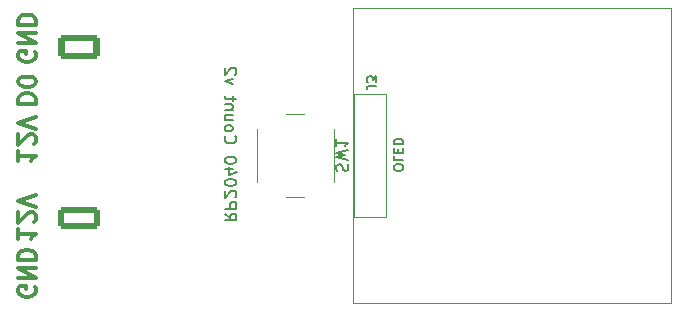
<source format=gbr>
%TF.GenerationSoftware,KiCad,Pcbnew,8.0.3*%
%TF.CreationDate,2024-06-15T12:10:25-04:00*%
%TF.ProjectId,RP2040_Count,52503230-3430-45f4-936f-756e742e6b69,v2*%
%TF.SameCoordinates,Original*%
%TF.FileFunction,Legend,Bot*%
%TF.FilePolarity,Positive*%
%FSLAX46Y46*%
G04 Gerber Fmt 4.6, Leading zero omitted, Abs format (unit mm)*
G04 Created by KiCad (PCBNEW 8.0.3) date 2024-06-15 12:10:25*
%MOMM*%
%LPD*%
G01*
G04 APERTURE LIST*
G04 Aperture macros list*
%AMRoundRect*
0 Rectangle with rounded corners*
0 $1 Rounding radius*
0 $2 $3 $4 $5 $6 $7 $8 $9 X,Y pos of 4 corners*
0 Add a 4 corners polygon primitive as box body*
4,1,4,$2,$3,$4,$5,$6,$7,$8,$9,$2,$3,0*
0 Add four circle primitives for the rounded corners*
1,1,$1+$1,$2,$3*
1,1,$1+$1,$4,$5*
1,1,$1+$1,$6,$7*
1,1,$1+$1,$8,$9*
0 Add four rect primitives between the rounded corners*
20,1,$1+$1,$2,$3,$4,$5,0*
20,1,$1+$1,$4,$5,$6,$7,0*
20,1,$1+$1,$6,$7,$8,$9,0*
20,1,$1+$1,$8,$9,$2,$3,0*%
G04 Aperture macros list end*
%ADD10C,0.300000*%
%ADD11C,0.150000*%
%ADD12C,0.120000*%
%ADD13RoundRect,0.250000X-1.550000X0.650000X-1.550000X-0.650000X1.550000X-0.650000X1.550000X0.650000X0*%
%ADD14O,3.600000X1.800000*%
%ADD15R,1.600000X1.600000*%
%ADD16C,1.600000*%
%ADD17RoundRect,0.291667X-1.508333X0.758333X-1.508333X-0.758333X1.508333X-0.758333X1.508333X0.758333X0*%
%ADD18O,3.600000X2.100000*%
%ADD19R,2.500000X1.700000*%
%ADD20O,2.500000X1.700000*%
%ADD21C,2.000000*%
G04 APERTURE END LIST*
D10*
X101627742Y-97959774D02*
X101699171Y-98102632D01*
X101699171Y-98102632D02*
X101699171Y-98316917D01*
X101699171Y-98316917D02*
X101627742Y-98531203D01*
X101627742Y-98531203D02*
X101484885Y-98674060D01*
X101484885Y-98674060D02*
X101342028Y-98745489D01*
X101342028Y-98745489D02*
X101056314Y-98816917D01*
X101056314Y-98816917D02*
X100842028Y-98816917D01*
X100842028Y-98816917D02*
X100556314Y-98745489D01*
X100556314Y-98745489D02*
X100413457Y-98674060D01*
X100413457Y-98674060D02*
X100270600Y-98531203D01*
X100270600Y-98531203D02*
X100199171Y-98316917D01*
X100199171Y-98316917D02*
X100199171Y-98174060D01*
X100199171Y-98174060D02*
X100270600Y-97959774D01*
X100270600Y-97959774D02*
X100342028Y-97888346D01*
X100342028Y-97888346D02*
X100842028Y-97888346D01*
X100842028Y-97888346D02*
X100842028Y-98174060D01*
X100199171Y-97245489D02*
X101699171Y-97245489D01*
X101699171Y-97245489D02*
X100199171Y-96388346D01*
X100199171Y-96388346D02*
X101699171Y-96388346D01*
X100199171Y-95674060D02*
X101699171Y-95674060D01*
X101699171Y-95674060D02*
X101699171Y-95316917D01*
X101699171Y-95316917D02*
X101627742Y-95102631D01*
X101627742Y-95102631D02*
X101484885Y-94959774D01*
X101484885Y-94959774D02*
X101342028Y-94888345D01*
X101342028Y-94888345D02*
X101056314Y-94816917D01*
X101056314Y-94816917D02*
X100842028Y-94816917D01*
X100842028Y-94816917D02*
X100556314Y-94888345D01*
X100556314Y-94888345D02*
X100413457Y-94959774D01*
X100413457Y-94959774D02*
X100270600Y-95102631D01*
X100270600Y-95102631D02*
X100199171Y-95316917D01*
X100199171Y-95316917D02*
X100199171Y-95674060D01*
X100199171Y-93059774D02*
X100199171Y-93916917D01*
X100199171Y-93488346D02*
X101699171Y-93488346D01*
X101699171Y-93488346D02*
X101484885Y-93631203D01*
X101484885Y-93631203D02*
X101342028Y-93774060D01*
X101342028Y-93774060D02*
X101270600Y-93916917D01*
X101556314Y-92488346D02*
X101627742Y-92416918D01*
X101627742Y-92416918D02*
X101699171Y-92274061D01*
X101699171Y-92274061D02*
X101699171Y-91916918D01*
X101699171Y-91916918D02*
X101627742Y-91774061D01*
X101627742Y-91774061D02*
X101556314Y-91702632D01*
X101556314Y-91702632D02*
X101413457Y-91631203D01*
X101413457Y-91631203D02*
X101270600Y-91631203D01*
X101270600Y-91631203D02*
X101056314Y-91702632D01*
X101056314Y-91702632D02*
X100199171Y-92559775D01*
X100199171Y-92559775D02*
X100199171Y-91631203D01*
X101699171Y-91202632D02*
X100199171Y-90702632D01*
X100199171Y-90702632D02*
X101699171Y-90202632D01*
X100199171Y-82445489D02*
X101699171Y-82445489D01*
X101699171Y-82445489D02*
X101699171Y-82088346D01*
X101699171Y-82088346D02*
X101627742Y-81874060D01*
X101627742Y-81874060D02*
X101484885Y-81731203D01*
X101484885Y-81731203D02*
X101342028Y-81659774D01*
X101342028Y-81659774D02*
X101056314Y-81588346D01*
X101056314Y-81588346D02*
X100842028Y-81588346D01*
X100842028Y-81588346D02*
X100556314Y-81659774D01*
X100556314Y-81659774D02*
X100413457Y-81731203D01*
X100413457Y-81731203D02*
X100270600Y-81874060D01*
X100270600Y-81874060D02*
X100199171Y-82088346D01*
X100199171Y-82088346D02*
X100199171Y-82445489D01*
X101699171Y-80659774D02*
X101699171Y-80516917D01*
X101699171Y-80516917D02*
X101627742Y-80374060D01*
X101627742Y-80374060D02*
X101556314Y-80302632D01*
X101556314Y-80302632D02*
X101413457Y-80231203D01*
X101413457Y-80231203D02*
X101127742Y-80159774D01*
X101127742Y-80159774D02*
X100770600Y-80159774D01*
X100770600Y-80159774D02*
X100484885Y-80231203D01*
X100484885Y-80231203D02*
X100342028Y-80302632D01*
X100342028Y-80302632D02*
X100270600Y-80374060D01*
X100270600Y-80374060D02*
X100199171Y-80516917D01*
X100199171Y-80516917D02*
X100199171Y-80659774D01*
X100199171Y-80659774D02*
X100270600Y-80802632D01*
X100270600Y-80802632D02*
X100342028Y-80874060D01*
X100342028Y-80874060D02*
X100484885Y-80945489D01*
X100484885Y-80945489D02*
X100770600Y-81016917D01*
X100770600Y-81016917D02*
X101127742Y-81016917D01*
X101127742Y-81016917D02*
X101413457Y-80945489D01*
X101413457Y-80945489D02*
X101556314Y-80874060D01*
X101556314Y-80874060D02*
X101627742Y-80802632D01*
X101627742Y-80802632D02*
X101699171Y-80659774D01*
X100199171Y-86459774D02*
X100199171Y-87316917D01*
X100199171Y-86888346D02*
X101699171Y-86888346D01*
X101699171Y-86888346D02*
X101484885Y-87031203D01*
X101484885Y-87031203D02*
X101342028Y-87174060D01*
X101342028Y-87174060D02*
X101270600Y-87316917D01*
X101556314Y-85888346D02*
X101627742Y-85816918D01*
X101627742Y-85816918D02*
X101699171Y-85674061D01*
X101699171Y-85674061D02*
X101699171Y-85316918D01*
X101699171Y-85316918D02*
X101627742Y-85174061D01*
X101627742Y-85174061D02*
X101556314Y-85102632D01*
X101556314Y-85102632D02*
X101413457Y-85031203D01*
X101413457Y-85031203D02*
X101270600Y-85031203D01*
X101270600Y-85031203D02*
X101056314Y-85102632D01*
X101056314Y-85102632D02*
X100199171Y-85959775D01*
X100199171Y-85959775D02*
X100199171Y-85031203D01*
X101699171Y-84602632D02*
X100199171Y-84102632D01*
X100199171Y-84102632D02*
X101699171Y-83602632D01*
X101627742Y-78059774D02*
X101699171Y-78202632D01*
X101699171Y-78202632D02*
X101699171Y-78416917D01*
X101699171Y-78416917D02*
X101627742Y-78631203D01*
X101627742Y-78631203D02*
X101484885Y-78774060D01*
X101484885Y-78774060D02*
X101342028Y-78845489D01*
X101342028Y-78845489D02*
X101056314Y-78916917D01*
X101056314Y-78916917D02*
X100842028Y-78916917D01*
X100842028Y-78916917D02*
X100556314Y-78845489D01*
X100556314Y-78845489D02*
X100413457Y-78774060D01*
X100413457Y-78774060D02*
X100270600Y-78631203D01*
X100270600Y-78631203D02*
X100199171Y-78416917D01*
X100199171Y-78416917D02*
X100199171Y-78274060D01*
X100199171Y-78274060D02*
X100270600Y-78059774D01*
X100270600Y-78059774D02*
X100342028Y-77988346D01*
X100342028Y-77988346D02*
X100842028Y-77988346D01*
X100842028Y-77988346D02*
X100842028Y-78274060D01*
X100199171Y-77345489D02*
X101699171Y-77345489D01*
X101699171Y-77345489D02*
X100199171Y-76488346D01*
X100199171Y-76488346D02*
X101699171Y-76488346D01*
X100199171Y-75774060D02*
X101699171Y-75774060D01*
X101699171Y-75774060D02*
X101699171Y-75416917D01*
X101699171Y-75416917D02*
X101627742Y-75202631D01*
X101627742Y-75202631D02*
X101484885Y-75059774D01*
X101484885Y-75059774D02*
X101342028Y-74988345D01*
X101342028Y-74988345D02*
X101056314Y-74916917D01*
X101056314Y-74916917D02*
X100842028Y-74916917D01*
X100842028Y-74916917D02*
X100556314Y-74988345D01*
X100556314Y-74988345D02*
X100413457Y-75059774D01*
X100413457Y-75059774D02*
X100270600Y-75202631D01*
X100270600Y-75202631D02*
X100199171Y-75416917D01*
X100199171Y-75416917D02*
X100199171Y-75774060D01*
D11*
X117680180Y-91761792D02*
X118156371Y-92095125D01*
X117680180Y-92333220D02*
X118680180Y-92333220D01*
X118680180Y-92333220D02*
X118680180Y-91952268D01*
X118680180Y-91952268D02*
X118632561Y-91857030D01*
X118632561Y-91857030D02*
X118584942Y-91809411D01*
X118584942Y-91809411D02*
X118489704Y-91761792D01*
X118489704Y-91761792D02*
X118346847Y-91761792D01*
X118346847Y-91761792D02*
X118251609Y-91809411D01*
X118251609Y-91809411D02*
X118203990Y-91857030D01*
X118203990Y-91857030D02*
X118156371Y-91952268D01*
X118156371Y-91952268D02*
X118156371Y-92333220D01*
X117680180Y-91333220D02*
X118680180Y-91333220D01*
X118680180Y-91333220D02*
X118680180Y-90952268D01*
X118680180Y-90952268D02*
X118632561Y-90857030D01*
X118632561Y-90857030D02*
X118584942Y-90809411D01*
X118584942Y-90809411D02*
X118489704Y-90761792D01*
X118489704Y-90761792D02*
X118346847Y-90761792D01*
X118346847Y-90761792D02*
X118251609Y-90809411D01*
X118251609Y-90809411D02*
X118203990Y-90857030D01*
X118203990Y-90857030D02*
X118156371Y-90952268D01*
X118156371Y-90952268D02*
X118156371Y-91333220D01*
X118584942Y-90380839D02*
X118632561Y-90333220D01*
X118632561Y-90333220D02*
X118680180Y-90237982D01*
X118680180Y-90237982D02*
X118680180Y-89999887D01*
X118680180Y-89999887D02*
X118632561Y-89904649D01*
X118632561Y-89904649D02*
X118584942Y-89857030D01*
X118584942Y-89857030D02*
X118489704Y-89809411D01*
X118489704Y-89809411D02*
X118394466Y-89809411D01*
X118394466Y-89809411D02*
X118251609Y-89857030D01*
X118251609Y-89857030D02*
X117680180Y-90428458D01*
X117680180Y-90428458D02*
X117680180Y-89809411D01*
X118680180Y-89190363D02*
X118680180Y-89095125D01*
X118680180Y-89095125D02*
X118632561Y-88999887D01*
X118632561Y-88999887D02*
X118584942Y-88952268D01*
X118584942Y-88952268D02*
X118489704Y-88904649D01*
X118489704Y-88904649D02*
X118299228Y-88857030D01*
X118299228Y-88857030D02*
X118061133Y-88857030D01*
X118061133Y-88857030D02*
X117870657Y-88904649D01*
X117870657Y-88904649D02*
X117775419Y-88952268D01*
X117775419Y-88952268D02*
X117727800Y-88999887D01*
X117727800Y-88999887D02*
X117680180Y-89095125D01*
X117680180Y-89095125D02*
X117680180Y-89190363D01*
X117680180Y-89190363D02*
X117727800Y-89285601D01*
X117727800Y-89285601D02*
X117775419Y-89333220D01*
X117775419Y-89333220D02*
X117870657Y-89380839D01*
X117870657Y-89380839D02*
X118061133Y-89428458D01*
X118061133Y-89428458D02*
X118299228Y-89428458D01*
X118299228Y-89428458D02*
X118489704Y-89380839D01*
X118489704Y-89380839D02*
X118584942Y-89333220D01*
X118584942Y-89333220D02*
X118632561Y-89285601D01*
X118632561Y-89285601D02*
X118680180Y-89190363D01*
X118346847Y-87999887D02*
X117680180Y-87999887D01*
X118727800Y-88237982D02*
X118013514Y-88476077D01*
X118013514Y-88476077D02*
X118013514Y-87857030D01*
X118680180Y-87285601D02*
X118680180Y-87190363D01*
X118680180Y-87190363D02*
X118632561Y-87095125D01*
X118632561Y-87095125D02*
X118584942Y-87047506D01*
X118584942Y-87047506D02*
X118489704Y-86999887D01*
X118489704Y-86999887D02*
X118299228Y-86952268D01*
X118299228Y-86952268D02*
X118061133Y-86952268D01*
X118061133Y-86952268D02*
X117870657Y-86999887D01*
X117870657Y-86999887D02*
X117775419Y-87047506D01*
X117775419Y-87047506D02*
X117727800Y-87095125D01*
X117727800Y-87095125D02*
X117680180Y-87190363D01*
X117680180Y-87190363D02*
X117680180Y-87285601D01*
X117680180Y-87285601D02*
X117727800Y-87380839D01*
X117727800Y-87380839D02*
X117775419Y-87428458D01*
X117775419Y-87428458D02*
X117870657Y-87476077D01*
X117870657Y-87476077D02*
X118061133Y-87523696D01*
X118061133Y-87523696D02*
X118299228Y-87523696D01*
X118299228Y-87523696D02*
X118489704Y-87476077D01*
X118489704Y-87476077D02*
X118584942Y-87428458D01*
X118584942Y-87428458D02*
X118632561Y-87380839D01*
X118632561Y-87380839D02*
X118680180Y-87285601D01*
X117775419Y-85190363D02*
X117727800Y-85237982D01*
X117727800Y-85237982D02*
X117680180Y-85380839D01*
X117680180Y-85380839D02*
X117680180Y-85476077D01*
X117680180Y-85476077D02*
X117727800Y-85618934D01*
X117727800Y-85618934D02*
X117823038Y-85714172D01*
X117823038Y-85714172D02*
X117918276Y-85761791D01*
X117918276Y-85761791D02*
X118108752Y-85809410D01*
X118108752Y-85809410D02*
X118251609Y-85809410D01*
X118251609Y-85809410D02*
X118442085Y-85761791D01*
X118442085Y-85761791D02*
X118537323Y-85714172D01*
X118537323Y-85714172D02*
X118632561Y-85618934D01*
X118632561Y-85618934D02*
X118680180Y-85476077D01*
X118680180Y-85476077D02*
X118680180Y-85380839D01*
X118680180Y-85380839D02*
X118632561Y-85237982D01*
X118632561Y-85237982D02*
X118584942Y-85190363D01*
X117680180Y-84618934D02*
X117727800Y-84714172D01*
X117727800Y-84714172D02*
X117775419Y-84761791D01*
X117775419Y-84761791D02*
X117870657Y-84809410D01*
X117870657Y-84809410D02*
X118156371Y-84809410D01*
X118156371Y-84809410D02*
X118251609Y-84761791D01*
X118251609Y-84761791D02*
X118299228Y-84714172D01*
X118299228Y-84714172D02*
X118346847Y-84618934D01*
X118346847Y-84618934D02*
X118346847Y-84476077D01*
X118346847Y-84476077D02*
X118299228Y-84380839D01*
X118299228Y-84380839D02*
X118251609Y-84333220D01*
X118251609Y-84333220D02*
X118156371Y-84285601D01*
X118156371Y-84285601D02*
X117870657Y-84285601D01*
X117870657Y-84285601D02*
X117775419Y-84333220D01*
X117775419Y-84333220D02*
X117727800Y-84380839D01*
X117727800Y-84380839D02*
X117680180Y-84476077D01*
X117680180Y-84476077D02*
X117680180Y-84618934D01*
X118346847Y-83428458D02*
X117680180Y-83428458D01*
X118346847Y-83857029D02*
X117823038Y-83857029D01*
X117823038Y-83857029D02*
X117727800Y-83809410D01*
X117727800Y-83809410D02*
X117680180Y-83714172D01*
X117680180Y-83714172D02*
X117680180Y-83571315D01*
X117680180Y-83571315D02*
X117727800Y-83476077D01*
X117727800Y-83476077D02*
X117775419Y-83428458D01*
X118346847Y-82952267D02*
X117680180Y-82952267D01*
X118251609Y-82952267D02*
X118299228Y-82904648D01*
X118299228Y-82904648D02*
X118346847Y-82809410D01*
X118346847Y-82809410D02*
X118346847Y-82666553D01*
X118346847Y-82666553D02*
X118299228Y-82571315D01*
X118299228Y-82571315D02*
X118203990Y-82523696D01*
X118203990Y-82523696D02*
X117680180Y-82523696D01*
X118346847Y-82190362D02*
X118346847Y-81809410D01*
X118680180Y-82047505D02*
X117823038Y-82047505D01*
X117823038Y-82047505D02*
X117727800Y-81999886D01*
X117727800Y-81999886D02*
X117680180Y-81904648D01*
X117680180Y-81904648D02*
X117680180Y-81809410D01*
X118346847Y-80809409D02*
X117680180Y-80571314D01*
X117680180Y-80571314D02*
X118346847Y-80333219D01*
X118584942Y-79999885D02*
X118632561Y-79952266D01*
X118632561Y-79952266D02*
X118680180Y-79857028D01*
X118680180Y-79857028D02*
X118680180Y-79618933D01*
X118680180Y-79618933D02*
X118632561Y-79523695D01*
X118632561Y-79523695D02*
X118584942Y-79476076D01*
X118584942Y-79476076D02*
X118489704Y-79428457D01*
X118489704Y-79428457D02*
X118394466Y-79428457D01*
X118394466Y-79428457D02*
X118251609Y-79476076D01*
X118251609Y-79476076D02*
X117680180Y-80047504D01*
X117680180Y-80047504D02*
X117680180Y-79428457D01*
X132777704Y-87931904D02*
X132777704Y-87779523D01*
X132777704Y-87779523D02*
X132739609Y-87703333D01*
X132739609Y-87703333D02*
X132663419Y-87627142D01*
X132663419Y-87627142D02*
X132511038Y-87589047D01*
X132511038Y-87589047D02*
X132244371Y-87589047D01*
X132244371Y-87589047D02*
X132091990Y-87627142D01*
X132091990Y-87627142D02*
X132015800Y-87703333D01*
X132015800Y-87703333D02*
X131977704Y-87779523D01*
X131977704Y-87779523D02*
X131977704Y-87931904D01*
X131977704Y-87931904D02*
X132015800Y-88008095D01*
X132015800Y-88008095D02*
X132091990Y-88084285D01*
X132091990Y-88084285D02*
X132244371Y-88122381D01*
X132244371Y-88122381D02*
X132511038Y-88122381D01*
X132511038Y-88122381D02*
X132663419Y-88084285D01*
X132663419Y-88084285D02*
X132739609Y-88008095D01*
X132739609Y-88008095D02*
X132777704Y-87931904D01*
X131977704Y-86865238D02*
X131977704Y-87246190D01*
X131977704Y-87246190D02*
X132777704Y-87246190D01*
X132396752Y-86598571D02*
X132396752Y-86331905D01*
X131977704Y-86217619D02*
X131977704Y-86598571D01*
X131977704Y-86598571D02*
X132777704Y-86598571D01*
X132777704Y-86598571D02*
X132777704Y-86217619D01*
X131977704Y-85874761D02*
X132777704Y-85874761D01*
X132777704Y-85874761D02*
X132777704Y-85684285D01*
X132777704Y-85684285D02*
X132739609Y-85569999D01*
X132739609Y-85569999D02*
X132663419Y-85493809D01*
X132663419Y-85493809D02*
X132587228Y-85455714D01*
X132587228Y-85455714D02*
X132434847Y-85417618D01*
X132434847Y-85417618D02*
X132320561Y-85417618D01*
X132320561Y-85417618D02*
X132168180Y-85455714D01*
X132168180Y-85455714D02*
X132091990Y-85493809D01*
X132091990Y-85493809D02*
X132015800Y-85569999D01*
X132015800Y-85569999D02*
X131977704Y-85684285D01*
X131977704Y-85684285D02*
X131977704Y-85874761D01*
X130527704Y-80946666D02*
X129956276Y-80946666D01*
X129956276Y-80946666D02*
X129841990Y-80984761D01*
X129841990Y-80984761D02*
X129765800Y-81060952D01*
X129765800Y-81060952D02*
X129727704Y-81175237D01*
X129727704Y-81175237D02*
X129727704Y-81251428D01*
X130527704Y-80641904D02*
X130527704Y-80146666D01*
X130527704Y-80146666D02*
X130222942Y-80413332D01*
X130222942Y-80413332D02*
X130222942Y-80299047D01*
X130222942Y-80299047D02*
X130184847Y-80222856D01*
X130184847Y-80222856D02*
X130146752Y-80184761D01*
X130146752Y-80184761D02*
X130070561Y-80146666D01*
X130070561Y-80146666D02*
X129880085Y-80146666D01*
X129880085Y-80146666D02*
X129803895Y-80184761D01*
X129803895Y-80184761D02*
X129765800Y-80222856D01*
X129765800Y-80222856D02*
X129727704Y-80299047D01*
X129727704Y-80299047D02*
X129727704Y-80527618D01*
X129727704Y-80527618D02*
X129765800Y-80603809D01*
X129765800Y-80603809D02*
X129803895Y-80641904D01*
X127192800Y-88133332D02*
X127145180Y-87990475D01*
X127145180Y-87990475D02*
X127145180Y-87752380D01*
X127145180Y-87752380D02*
X127192800Y-87657142D01*
X127192800Y-87657142D02*
X127240419Y-87609523D01*
X127240419Y-87609523D02*
X127335657Y-87561904D01*
X127335657Y-87561904D02*
X127430895Y-87561904D01*
X127430895Y-87561904D02*
X127526133Y-87609523D01*
X127526133Y-87609523D02*
X127573752Y-87657142D01*
X127573752Y-87657142D02*
X127621371Y-87752380D01*
X127621371Y-87752380D02*
X127668990Y-87942856D01*
X127668990Y-87942856D02*
X127716609Y-88038094D01*
X127716609Y-88038094D02*
X127764228Y-88085713D01*
X127764228Y-88085713D02*
X127859466Y-88133332D01*
X127859466Y-88133332D02*
X127954704Y-88133332D01*
X127954704Y-88133332D02*
X128049942Y-88085713D01*
X128049942Y-88085713D02*
X128097561Y-88038094D01*
X128097561Y-88038094D02*
X128145180Y-87942856D01*
X128145180Y-87942856D02*
X128145180Y-87704761D01*
X128145180Y-87704761D02*
X128097561Y-87561904D01*
X128145180Y-87228570D02*
X127145180Y-86990475D01*
X127145180Y-86990475D02*
X127859466Y-86799999D01*
X127859466Y-86799999D02*
X127145180Y-86609523D01*
X127145180Y-86609523D02*
X128145180Y-86371428D01*
X127145180Y-85466666D02*
X127145180Y-86038094D01*
X127145180Y-85752380D02*
X128145180Y-85752380D01*
X128145180Y-85752380D02*
X128002323Y-85847618D01*
X128002323Y-85847618D02*
X127907085Y-85942856D01*
X127907085Y-85942856D02*
X127859466Y-86038094D01*
D12*
%TO.C,J3*%
X128510000Y-74320000D02*
X128510000Y-99320000D01*
X128510000Y-99320000D02*
X155510000Y-99320000D01*
X128650000Y-81630000D02*
X128650000Y-92010000D01*
X128650000Y-81630000D02*
X131370000Y-81630000D01*
X128650000Y-92010000D02*
X131370000Y-92010000D01*
X131370000Y-92010000D02*
X131370000Y-81630000D01*
X155510000Y-74320000D02*
X128510000Y-74320000D01*
X155510000Y-99320000D02*
X155510000Y-74320000D01*
%TO.C,SW1*%
X120400000Y-84600000D02*
X120400000Y-89100000D01*
X122900000Y-90350000D02*
X124400000Y-90350000D01*
X124400000Y-83350000D02*
X122900000Y-83350000D01*
X126900000Y-89100000D02*
X126900000Y-84600000D01*
%TD*%
%LPC*%
D13*
%TO.C,TB1*%
X105357500Y-92112500D03*
D14*
X105357500Y-95922500D03*
%TD*%
D15*
%TO.C,U2*%
X150100000Y-79260000D03*
D16*
X147560000Y-79260000D03*
X145020000Y-79260000D03*
X142480000Y-79260000D03*
X139940000Y-79260000D03*
X137400000Y-79260000D03*
X134860000Y-79260000D03*
X134860000Y-94500000D03*
X137400000Y-94500000D03*
X139940000Y-94500000D03*
X142480000Y-94500000D03*
X145020000Y-94500000D03*
X147560000Y-94500000D03*
X150100000Y-94500000D03*
%TD*%
D17*
%TO.C,J2*%
X105357500Y-77680000D03*
D14*
X105357500Y-81340000D03*
D18*
X105357500Y-85000000D03*
%TD*%
D19*
%TO.C,J3*%
X130010000Y-90620000D03*
D20*
X130010000Y-88120000D03*
X130010000Y-85520000D03*
X130010000Y-83020000D03*
%TD*%
D21*
%TO.C,SW1*%
X125900000Y-90100000D03*
X125900000Y-83600000D03*
X121400000Y-90100000D03*
X121400000Y-83600000D03*
%TD*%
%LPD*%
M02*

</source>
